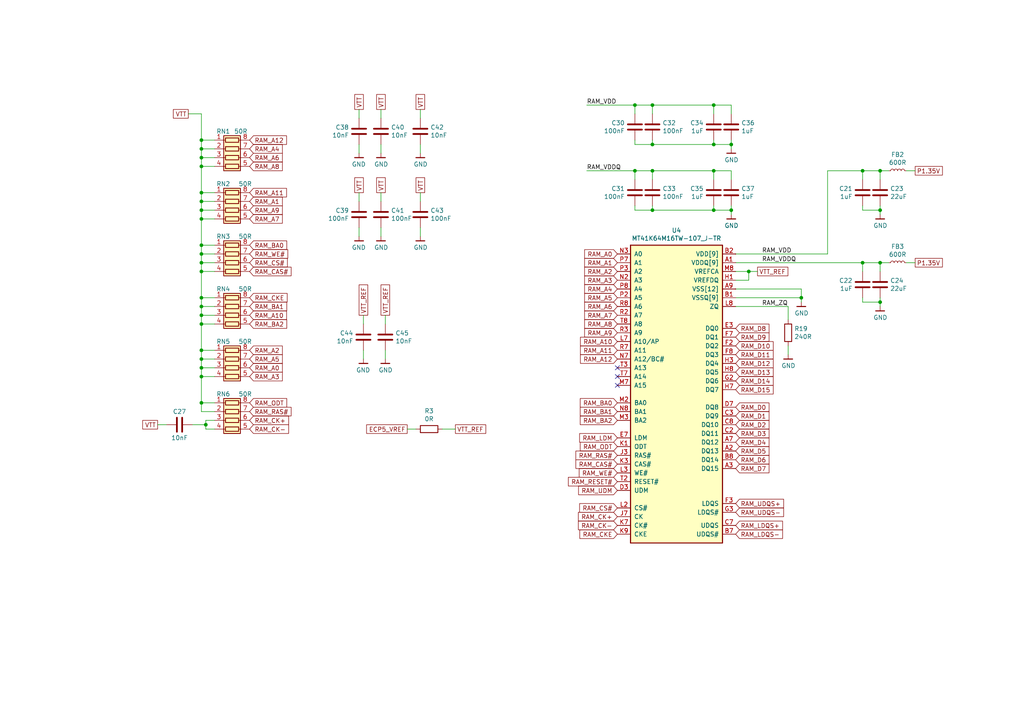
<source format=kicad_sch>
(kicad_sch (version 20231120) (generator "eeschema") (generator_version "8.0")
  (paper "A4")
  (title_block (date "2024-04-20"))
  (lib_symbols
    (symbol "Device:C" (pin_numbers hide) (pin_names (offset 0.254))
      (property "Reference" "C" (at 0.635 2.54 0))
      (property "Value" "C" (at 0.635 -2.54 0))
      (symbol "C_0_1"
        (polyline (pts (xy -2.032 -0.762) (xy 2.032 -0.762)) (stroke (width 0.508)))
        (polyline (pts (xy -2.032 0.762) (xy 2.032 0.762)) (stroke (width 0.508)))
      )
      (symbol "C_1_1"
        (pin passive line (at 0 3.81 270) (length 2.794) (name "~") (number "1"))
        (pin passive line (at 0 -3.81 90) (length 2.794) (name "~") (number "2"))
      )
    )
    (symbol "Device:L_Small" (pin_numbers hide) (pin_names (offset 0.254) hide)
      (property "Reference" "L" (at 0.762 1.016 0))
      (property "Value" "L_Small" (at 0.762 -1.016 0))
      (symbol "L_Small_0_1"
        (arc (start 0 -2.032) (mid 0.5058 -1.524) (end 0 -1.016))
        (arc (start 0 -1.016) (mid 0.5058 -0.508) (end 0 0))
        (arc (start 0 0) (mid 0.5058 0.508) (end 0 1.016))
        (arc (start 0 1.016) (mid 0.5058 1.524) (end 0 2.032))
      )
      (symbol "L_Small_1_1"
        (pin passive line (at 0 2.54 270) (length 0.508) (name "~") (number "1"))
        (pin passive line (at 0 -2.54 90) (length 0.508) (name "~") (number "2"))
      )
    )
    (symbol "Device:R" (pin_numbers hide) (pin_names (offset 0))
      (property "Reference" "R" (at 2.032 0 90))
      (property "Value" "R" (at 0 0 90))
      (symbol "R_0_1"
        (rectangle (start -1.016 -2.54) (end 1.016 2.54) (stroke (width 0.254)))
      )
      (symbol "R_1_1"
        (pin passive line (at 0 3.81 270) (length 1.27) (name "~") (number "1"))
        (pin passive line (at 0 -3.81 90) (length 1.27) (name "~") (number "2"))
      )
    )
    (symbol "Device:R_Pack04" (pin_names (offset 0) hide)
      (property "Reference" "RN" (at -7.62 0 90))
      (property "Value" "R_Pack04" (at 5.08 0 90))
      (symbol "R_Pack04_0_1"
        (rectangle (start -6.35 -2.413) (end 3.81 2.413) (stroke (width 0.254)) (fill (type background)))
        (rectangle (start -5.715 1.905) (end -4.445 -1.905) (stroke (width 0.254)))
        (rectangle (start -3.175 1.905) (end -1.905 -1.905) (stroke (width 0.254)))
        (rectangle (start -0.635 1.905) (end 0.635 -1.905) (stroke (width 0.254)))
        (polyline (pts (xy -5.08 -2.54) (xy -5.08 -1.905)))
        (polyline (pts (xy -5.08 1.905) (xy -5.08 2.54)))
        (polyline (pts (xy -2.54 -2.54) (xy -2.54 -1.905)))
        (polyline (pts (xy -2.54 1.905) (xy -2.54 2.54)))
        (polyline (pts (xy 0 -2.54) (xy 0 -1.905)))
        (polyline (pts (xy 0 1.905) (xy 0 2.54)))
        (polyline (pts (xy 2.54 -2.54) (xy 2.54 -1.905)))
        (polyline (pts (xy 2.54 1.905) (xy 2.54 2.54)))
        (rectangle (start 1.905 1.905) (end 3.175 -1.905) (stroke (width 0.254)))
      )
      (symbol "R_Pack04_1_1"
        (pin passive line (at -5.08 -5.08 90) (length 2.54) (name "R1.1") (number "1"))
        (pin passive line (at -2.54 -5.08 90) (length 2.54) (name "R2.1") (number "2"))
        (pin passive line (at 0 -5.08 90) (length 2.54) (name "R3.1") (number "3"))
        (pin passive line (at 2.54 -5.08 90) (length 2.54) (name "R4.1") (number "4"))
        (pin passive line (at 2.54 5.08 270) (length 2.54) (name "R4.2") (number "5"))
        (pin passive line (at 0 5.08 270) (length 2.54) (name "R3.2") (number "6"))
        (pin passive line (at -2.54 5.08 270) (length 2.54) (name "R2.2") (number "7"))
        (pin passive line (at -5.08 5.08 270) (length 2.54) (name "R1.2") (number "8"))
      )
    )
    (symbol "OrangeCrab-rescue:GND-gkl_power" (power) (pin_names (offset 0))
      (property "Value" "GND-gkl_power" (at 0 -2.54 0))
      (symbol "GND-gkl_power_0_1"
        (polyline (pts (xy 0 -1.27) (xy 0 0)))
        (polyline (pts (xy 1.27 -1.27) (xy -1.27 -1.27)) (stroke (width 0.3048)))
      )
      (symbol "GND-gkl_power_1_1"
        (pin power_in line (at 0 0 270) (length 0) hide (name "GND") (number "1"))
      )
    )
    (symbol "OrangeCrab-rescue:MT41K64M16TW-107_J-TR-gkl_mem" (pin_names (offset 1.016))
      (property "Reference" "U" (at 0 36.83 0))
      (property "Value" "gkl_mem_MT41K64M16TW-107_J-TR" (at 0 34.29 0))
      (symbol "MT41K64M16TW-107_J-TR-gkl_mem_0_1"
        (rectangle (start -12.7 33.02) (end 13.97 -53.34) (stroke (width 0.3302)) (fill (type background)))
      )
      (symbol "MT41K64M16TW-107_J-TR-gkl_mem_1_1"
        (pin input line (at 17.78 27.94 180) (length 3.81) (name "VDDQ[9]") (number "A1"))
        (pin input line (at 17.78 -26.67 180) (length 3.81) (name "DQ13") (number "A2"))
        (pin input line (at 17.78 -31.75 180) (length 3.81) (name "DQ15") (number "A3"))
        (pin input line (at 17.78 -24.13 180) (length 3.81) (name "DQ12") (number "A7"))
        (pin input line (at 17.78 27.94 180) (length 0) (name "VDDQ") (number "A8"))
        (pin input line (at 17.78 20.32 180) (length 3.81) (name "VSS[12]") (number "A9"))
        (pin input line (at 17.78 17.78 180) (length 3.81) (name "VSSQ[9]") (number "B1"))
        (pin input line (at 17.78 30.48 180) (length 3.81) (name "VDD[9]") (number "B2"))
        (pin input line (at 17.78 20.32 180) (length 0) (name "VSS") (number "B3"))
        (pin input line (at 17.78 -50.8 180) (length 3.81) (name "UDQS#") (number "B7"))
        (pin input line (at 17.78 -29.21 180) (length 3.81) (name "DQ14") (number "B8"))
        (pin input line (at 17.78 17.78 180) (length 0) (name "VSSQ") (number "B9"))
        (pin input line (at 17.78 27.94 180) (length 0) (name "VDDQ") (number "C1"))
        (pin input line (at 17.78 -21.59 180) (length 3.81) (name "DQ11") (number "C2"))
        (pin input line (at 17.78 -16.51 180) (length 3.81) (name "DQ9") (number "C3"))
        (pin input line (at 17.78 -48.26 180) (length 3.81) (name "UDQS") (number "C7"))
        (pin input line (at 17.78 -19.05 180) (length 3.81) (name "DQ10") (number "C8"))
        (pin input line (at 17.78 27.94 180) (length 0) (name "VDDQ") (number "C9"))
        (pin input line (at 17.78 17.78 180) (length 0) (name "VSSQ") (number "D1"))
        (pin input line (at 17.78 27.94 180) (length 0) (name "VDDQ") (number "D2"))
        (pin input line (at -16.51 -38.1 0) (length 3.81) (name "UDM") (number "D3"))
        (pin input line (at 17.78 -13.97 180) (length 3.81) (name "DQ8") (number "D7"))
        (pin input line (at 17.78 17.78 180) (length 0) (name "VSSQ") (number "D8"))
        (pin input line (at 17.78 30.48 180) (length 0) (name "VDD") (number "D9"))
        (pin input line (at 17.78 20.32 180) (length 0) (name "VSS") (number "E1"))
        (pin input line (at 17.78 17.78 180) (length 0) (name "VSSQ") (number "E2"))
        (pin input line (at 17.78 8.89 180) (length 3.81) (name "DQ0") (number "E3"))
        (pin input line (at -16.51 -22.86 0) (length 3.81) (name "LDM") (number "E7"))
        (pin input line (at 17.78 17.78 180) (length 0) (name "VSSQ") (number "E8"))
        (pin input line (at 17.78 27.94 180) (length 0) (name "VDDQ") (number "E9"))
        (pin input line (at 17.78 27.94 180) (length 0) (name "VDDQ") (number "F1"))
        (pin input line (at 17.78 3.81 180) (length 3.81) (name "DQ2") (number "F2"))
        (pin input line (at 17.78 -41.91 180) (length 3.81) (name "LDQS") (number "F3"))
        (pin input line (at 17.78 6.35 180) (length 3.81) (name "DQ1") (number "F7"))
        (pin input line (at 17.78 1.27 180) (length 3.81) (name "DQ3") (number "F8"))
        (pin input line (at 17.78 17.78 180) (length 0) (name "VSSQ") (number "F9"))
        (pin input line (at 17.78 17.78 180) (length 0) (name "VSSQ") (number "G1"))
        (pin input line (at 17.78 -6.35 180) (length 3.81) (name "DQ6") (number "G2"))
        (pin input line (at 17.78 -44.45 180) (length 3.81) (name "LDQS#") (number "G3"))
        (pin input line (at 17.78 30.48 180) (length 0) (name "VDD") (number "G7"))
        (pin input line (at 17.78 17.78 180) (length 0) (name "VSSQ") (number "G9"))
        (pin input line (at 17.78 22.86 180) (length 3.81) (name "VREFDQ") (number "H1"))
        (pin input line (at 17.78 27.94 180) (length 0) (name "VDDQ") (number "H2"))
        (pin input line (at 17.78 -1.27 180) (length 3.81) (name "DQ4") (number "H3"))
        (pin input line (at 17.78 -8.89 180) (length 3.81) (name "DQ7") (number "H7"))
        (pin input line (at 17.78 -3.81 180) (length 3.81) (name "DQ5") (number "H8"))
        (pin input line (at 17.78 27.94 180) (length 0) (name "VDDQ") (number "H9"))
        (pin input line (at 17.78 20.32 180) (length 0) (name "VSS") (number "J2"))
        (pin input line (at -16.51 -27.94 0) (length 3.81) (name "RAS#") (number "J3"))
        (pin input line (at -16.51 -45.72 0) (length 3.81) (name "CK") (number "J7"))
        (pin input line (at 17.78 20.32 180) (length 0) (name "VSS") (number "J8"))
        (pin input line (at -16.51 -25.4 0) (length 3.81) (name "ODT") (number "K1"))
        (pin input line (at 17.78 30.48 180) (length 0) (name "VDD") (number "K2"))
        (pin input line (at -16.51 -30.48 0) (length 3.81) (name "CAS#") (number "K3"))
        (pin input line (at -16.51 -48.26 0) (length 3.81) (name "CK#") (number "K7"))
        (pin input line (at 17.78 30.48 180) (length 0) (name "VDD") (number "K8"))
        (pin input line (at -16.51 -50.8 0) (length 3.81) (name "CKE") (number "K9"))
        (pin input line (at -16.51 -43.18 0) (length 3.81) (name "CS#") (number "L2"))
        (pin input line (at -16.51 -33.02 0) (length 3.81) (name "WE#") (number "L3"))
        (pin input line (at -16.51 5.08 0) (length 3.81) (name "A10/AP") (number "L7"))
        (pin input line (at 17.78 15.24 180) (length 3.81) (name "ZQ") (number "L8"))
        (pin input line (at 17.78 20.32 180) (length 0) (name "VSS") (number "M1"))
        (pin input line (at -16.51 -12.7 0) (length 3.81) (name "BA0") (number "M2"))
        (pin input line (at -16.51 -17.78 0) (length 3.81) (name "BA2") (number "M3"))
        (pin input line (at -16.51 -7.62 0) (length 3.81) (name "A15") (number "M7"))
        (pin input line (at 17.78 25.4 180) (length 3.81) (name "VREFCA") (number "M8"))
        (pin input line (at 17.78 20.32 180) (length 0) (name "VSS") (number "M9"))
        (pin input line (at 17.78 30.48 180) (length 0) (name "VDD") (number "N1"))
        (pin input line (at -16.51 22.86 0) (length 3.81) (name "A3") (number "N2"))
        (pin input line (at -16.51 30.48 0) (length 3.81) (name "A0") (number "N3"))
        (pin input line (at -16.51 0 0) (length 3.81) (name "A12/BC#") (number "N7"))
        (pin input line (at -16.51 -15.24 0) (length 3.81) (name "BA1") (number "N8"))
        (pin input line (at 17.78 30.48 180) (length 0) (name "VDD") (number "N9"))
        (pin input line (at 17.78 20.32 180) (length 0) (name "VSS") (number "P1"))
        (pin input line (at -16.51 17.78 0) (length 3.81) (name "A5") (number "P2"))
        (pin input line (at -16.51 25.4 0) (length 3.81) (name "A2") (number "P3"))
        (pin input line (at -16.51 27.94 0) (length 3.81) (name "A1") (number "P7"))
        (pin input line (at -16.51 20.32 0) (length 3.81) (name "A4") (number "P8"))
        (pin input line (at 17.78 20.32 180) (length 0) (name "VSS") (number "P9"))
        (pin input line (at 17.78 20.32 180) (length 0) (name "VSS") (number "P9"))
        (pin input line (at 17.78 30.48 180) (length 0) (name "VDD") (number "R1"))
        (pin input line (at -16.51 12.7 0) (length 3.81) (name "A7") (number "R2"))
        (pin input line (at -16.51 7.62 0) (length 3.81) (name "A9") (number "R3"))
        (pin input line (at -16.51 2.54 0) (length 3.81) (name "A11") (number "R7"))
        (pin input line (at -16.51 15.24 0) (length 3.81) (name "A6") (number "R8"))
        (pin input line (at 17.78 30.48 180) (length 0) (name "VDD") (number "R9"))
        (pin input line (at 17.78 20.32 180) (length 0) (name "VSS") (number "T1"))
        (pin input line (at -16.51 -35.56 0) (length 3.81) (name "RESET#") (number "T2"))
        (pin input line (at -16.51 -2.54 0) (length 3.81) (name "A13") (number "T3"))
        (pin input line (at -16.51 -5.08 0) (length 3.81) (name "A14") (number "T7"))
        (pin input line (at -16.51 10.16 0) (length 3.81) (name "A8") (number "T8"))
        (pin input line (at 17.78 20.32 180) (length 0) (name "VSS") (number "T9"))
      )
    )
  )
  (junction (at 189.23 49.53))
  (junction (at 58.42 43.18))
  (junction (at 58.42 73.66))
  (junction (at 184.15 49.53))
  (junction (at 250.19 76.2))
  (junction (at 189.23 30.48))
  (junction (at 250.19 49.53))
  (junction (at 255.27 87.63))
  (junction (at 184.15 30.48))
  (junction (at 207.01 30.48))
  (junction (at 255.27 76.2))
  (junction (at 58.42 78.74))
  (junction (at 58.42 63.5))
  (junction (at 58.42 93.98))
  (junction (at 58.42 71.12))
  (junction (at 59.69 123.19))
  (junction (at 217.17 78.74))
  (junction (at 58.42 76.2))
  (junction (at 58.42 106.68))
  (junction (at 58.42 58.42))
  (junction (at 207.01 41.91))
  (junction (at 58.42 60.96))
  (junction (at 58.42 109.22))
  (junction (at 207.01 49.53))
  (junction (at 58.42 116.84))
  (junction (at 207.01 60.96))
  (junction (at 255.27 60.96))
  (junction (at 189.23 60.96))
  (junction (at 58.42 104.14))
  (junction (at 58.42 86.36))
  (junction (at 189.23 41.91))
  (junction (at 212.09 60.96))
  (junction (at 232.41 86.36))
  (junction (at 58.42 48.26))
  (junction (at 58.42 40.64))
  (junction (at 58.42 45.72))
  (junction (at 58.42 101.6))
  (junction (at 58.42 91.44))
  (junction (at 212.09 41.91))
  (junction (at 58.42 55.88))
  (junction (at 58.42 88.9))
  (junction (at 255.27 49.53))
  (no_connect (at 179.07 111.76))
  (no_connect (at 179.07 106.68))
  (no_connect (at 179.07 109.22))
  (wire (pts (xy 212.09 52.07) (xy 212.09 49.53)))
  (wire (pts (xy 189.23 41.91) (xy 207.01 41.91)))
  (wire (pts (xy 58.42 93.98) (xy 58.42 91.44)))
  (wire (pts (xy 104.14 41.91) (xy 104.14 44.45)))
  (wire (pts (xy 110.49 31.75) (xy 110.49 34.29)))
  (wire (pts (xy 45.72 123.19) (xy 48.26 123.19)))
  (wire (pts (xy 184.15 60.96) (xy 189.23 60.96)))
  (wire (pts (xy 62.23 55.88) (xy 58.42 55.88)))
  (wire (pts (xy 212.09 33.02) (xy 212.09 30.48)))
  (wire (pts (xy 232.41 83.82) (xy 232.41 86.36)))
  (wire (pts (xy 111.76 91.44) (xy 111.76 93.98)))
  (wire (pts (xy 207.01 59.69) (xy 207.01 60.96)))
  (wire (pts (xy 189.23 52.07) (xy 189.23 49.53)))
  (wire (pts (xy 104.14 55.88) (xy 104.14 58.42)))
  (wire (pts (xy 257.81 76.2) (xy 255.27 76.2)))
  (wire (pts (xy 213.36 86.36) (xy 232.41 86.36)))
  (wire (pts (xy 232.41 86.36) (xy 232.41 87.63)))
  (wire (pts (xy 58.42 71.12) (xy 58.42 63.5)))
  (wire (pts (xy 265.43 76.2) (xy 262.89 76.2)))
  (wire (pts (xy 58.42 73.66) (xy 58.42 71.12)))
  (wire (pts (xy 255.27 60.96) (xy 255.27 62.23)))
  (wire (pts (xy 58.42 119.38) (xy 58.42 116.84)))
  (wire (pts (xy 58.42 78.74) (xy 58.42 76.2)))
  (wire (pts (xy 121.92 66.04) (xy 121.92 68.58)))
  (wire (pts (xy 184.15 40.64) (xy 184.15 41.91)))
  (wire (pts (xy 255.27 87.63) (xy 255.27 88.9)))
  (wire (pts (xy 250.19 60.96) (xy 255.27 60.96)))
  (wire (pts (xy 184.15 49.53) (xy 189.23 49.53)))
  (wire (pts (xy 58.42 109.22) (xy 58.42 106.68)))
  (wire (pts (xy 58.42 76.2) (xy 58.42 73.66)))
  (wire (pts (xy 62.23 93.98) (xy 58.42 93.98)))
  (wire (pts (xy 250.19 52.07) (xy 250.19 49.53)))
  (wire (pts (xy 62.23 104.14) (xy 58.42 104.14)))
  (wire (pts (xy 184.15 30.48) (xy 189.23 30.48)))
  (wire (pts (xy 250.19 78.74) (xy 250.19 76.2)))
  (wire (pts (xy 250.19 87.63) (xy 255.27 87.63)))
  (wire (pts (xy 62.23 78.74) (xy 58.42 78.74)))
  (wire (pts (xy 59.69 124.46) (xy 59.69 123.19)))
  (wire (pts (xy 58.42 101.6) (xy 58.42 93.98)))
  (wire (pts (xy 184.15 33.02) (xy 184.15 30.48)))
  (wire (pts (xy 207.01 52.07) (xy 207.01 49.53)))
  (wire (pts (xy 207.01 30.48) (xy 212.09 30.48)))
  (wire (pts (xy 59.69 123.19) (xy 59.69 121.92)))
  (wire (pts (xy 228.6 88.9) (xy 228.6 92.71)))
  (wire (pts (xy 58.42 58.42) (xy 58.42 55.88)))
  (wire (pts (xy 212.09 60.96) (xy 212.09 62.23)))
  (wire (pts (xy 189.23 30.48) (xy 207.01 30.48)))
  (wire (pts (xy 62.23 88.9) (xy 58.42 88.9)))
  (wire (pts (xy 128.27 124.46) (xy 132.08 124.46)))
  (wire (pts (xy 58.42 104.14) (xy 58.42 101.6)))
  (wire (pts (xy 217.17 78.74) (xy 219.71 78.74)))
  (wire (pts (xy 58.42 55.88) (xy 58.42 48.26)))
  (wire (pts (xy 189.23 40.64) (xy 189.23 41.91)))
  (wire (pts (xy 111.76 101.6) (xy 111.76 104.14)))
  (wire (pts (xy 58.42 33.02) (xy 54.61 33.02)))
  (wire (pts (xy 184.15 41.91) (xy 189.23 41.91)))
  (wire (pts (xy 62.23 86.36) (xy 58.42 86.36)))
  (wire (pts (xy 240.03 49.53) (xy 240.03 73.66)))
  (wire (pts (xy 62.23 71.12) (xy 58.42 71.12)))
  (wire (pts (xy 228.6 102.87) (xy 228.6 100.33)))
  (wire (pts (xy 58.42 48.26) (xy 58.42 45.72)))
  (wire (pts (xy 207.01 49.53) (xy 212.09 49.53)))
  (wire (pts (xy 62.23 48.26) (xy 58.42 48.26)))
  (wire (pts (xy 58.42 116.84) (xy 58.42 109.22)))
  (wire (pts (xy 58.42 88.9) (xy 58.42 86.36)))
  (wire (pts (xy 62.23 109.22) (xy 58.42 109.22)))
  (wire (pts (xy 217.17 81.28) (xy 217.17 78.74)))
  (wire (pts (xy 110.49 41.91) (xy 110.49 44.45)))
  (wire (pts (xy 110.49 55.88) (xy 110.49 58.42)))
  (wire (pts (xy 255.27 59.69) (xy 255.27 60.96)))
  (wire (pts (xy 213.36 88.9) (xy 228.6 88.9)))
  (wire (pts (xy 104.14 31.75) (xy 104.14 34.29)))
  (wire (pts (xy 250.19 76.2) (xy 255.27 76.2)))
  (wire (pts (xy 250.19 49.53) (xy 255.27 49.53)))
  (wire (pts (xy 212.09 59.69) (xy 212.09 60.96)))
  (wire (pts (xy 212.09 41.91) (xy 212.09 43.18)))
  (wire (pts (xy 170.18 30.48) (xy 184.15 30.48)))
  (wire (pts (xy 207.01 33.02) (xy 207.01 30.48)))
  (wire (pts (xy 255.27 86.36) (xy 255.27 87.63)))
  (wire (pts (xy 184.15 52.07) (xy 184.15 49.53)))
  (wire (pts (xy 105.41 91.44) (xy 105.41 93.98)))
  (wire (pts (xy 189.23 59.69) (xy 189.23 60.96)))
  (wire (pts (xy 62.23 58.42) (xy 58.42 58.42)))
  (wire (pts (xy 58.42 63.5) (xy 58.42 60.96)))
  (wire (pts (xy 62.23 91.44) (xy 58.42 91.44)))
  (wire (pts (xy 189.23 33.02) (xy 189.23 30.48)))
  (wire (pts (xy 62.23 76.2) (xy 58.42 76.2)))
  (wire (pts (xy 105.41 101.6) (xy 105.41 104.14)))
  (wire (pts (xy 62.23 106.68) (xy 58.42 106.68)))
  (wire (pts (xy 207.01 41.91) (xy 212.09 41.91)))
  (wire (pts (xy 62.23 43.18) (xy 58.42 43.18)))
  (wire (pts (xy 121.92 55.88) (xy 121.92 58.42)))
  (wire (pts (xy 62.23 60.96) (xy 58.42 60.96)))
  (wire (pts (xy 58.42 91.44) (xy 58.42 88.9)))
  (wire (pts (xy 170.18 49.53) (xy 184.15 49.53)))
  (wire (pts (xy 189.23 60.96) (xy 207.01 60.96)))
  (wire (pts (xy 58.42 60.96) (xy 58.42 58.42)))
  (wire (pts (xy 250.19 49.53) (xy 240.03 49.53)))
  (wire (pts (xy 255.27 76.2) (xy 255.27 78.74)))
  (wire (pts (xy 118.11 124.46) (xy 120.65 124.46)))
  (wire (pts (xy 58.42 45.72) (xy 58.42 43.18)))
  (wire (pts (xy 213.36 81.28) (xy 217.17 81.28)))
  (wire (pts (xy 265.43 49.53) (xy 262.89 49.53)))
  (wire (pts (xy 62.23 116.84) (xy 58.42 116.84)))
  (wire (pts (xy 62.23 73.66) (xy 58.42 73.66)))
  (wire (pts (xy 62.23 63.5) (xy 58.42 63.5)))
  (wire (pts (xy 59.69 121.92) (xy 62.23 121.92)))
  (wire (pts (xy 58.42 43.18) (xy 58.42 40.64)))
  (wire (pts (xy 207.01 60.96) (xy 212.09 60.96)))
  (wire (pts (xy 189.23 49.53) (xy 207.01 49.53)))
  (wire (pts (xy 257.81 49.53) (xy 255.27 49.53)))
  (wire (pts (xy 213.36 83.82) (xy 232.41 83.82)))
  (wire (pts (xy 58.42 86.36) (xy 58.42 78.74)))
  (wire (pts (xy 62.23 45.72) (xy 58.42 45.72)))
  (wire (pts (xy 213.36 76.2) (xy 250.19 76.2)))
  (wire (pts (xy 62.23 119.38) (xy 58.42 119.38)))
  (wire (pts (xy 110.49 66.04) (xy 110.49 68.58)))
  (wire (pts (xy 255.27 49.53) (xy 255.27 52.07)))
  (wire (pts (xy 59.69 123.19) (xy 55.88 123.19)))
  (wire (pts (xy 213.36 78.74) (xy 217.17 78.74)))
  (wire (pts (xy 207.01 40.64) (xy 207.01 41.91)))
  (wire (pts (xy 184.15 59.69) (xy 184.15 60.96)))
  (wire (pts (xy 250.19 59.69) (xy 250.19 60.96)))
  (wire (pts (xy 250.19 86.36) (xy 250.19 87.63)))
  (wire (pts (xy 104.14 66.04) (xy 104.14 68.58)))
  (wire (pts (xy 121.92 31.75) (xy 121.92 34.29)))
  (wire (pts (xy 58.42 40.64) (xy 58.42 33.02)))
  (wire (pts (xy 213.36 73.66) (xy 240.03 73.66)))
  (wire (pts (xy 212.09 40.64) (xy 212.09 41.91)))
  (wire (pts (xy 62.23 40.64) (xy 58.42 40.64)))
  (wire (pts (xy 58.42 106.68) (xy 58.42 104.14)))
  (wire (pts (xy 121.92 41.91) (xy 121.92 44.45)))
  (wire (pts (xy 62.23 124.46) (xy 59.69 124.46)))
  (wire (pts (xy 62.23 101.6) (xy 58.42 101.6)))
  (label "RAM_VDD" (at 170.18 30.48 0))
  (label "RAM_VDDQ" (at 170.18 49.53 0))
  (label "RAM_VDDQ" (at 220.98 76.2 0))
  (label "RAM_VDD" (at 220.98 73.66 0))
  (label "RAM_ZQ" (at 220.98 88.9 0))
  (global_label "RAM_D15" (shape input) (at 213.36 113.03 0) (property "Intersheetrefs" "${INTERSHEET_REFS}" (effects (hide yes))))
  (global_label "RAM_CS#" (shape input) (at 72.39 76.2 0) (property "Intersheetrefs" "${INTERSHEET_REFS}" (effects (hide yes))))
  (global_label "RAM_BA0" (shape input) (at 72.39 71.12 0) (property "Intersheetrefs" "${INTERSHEET_REFS}" (effects (hide yes))))
  (global_label "RAM_D10" (shape input) (at 213.36 100.33 0) (property "Intersheetrefs" "${INTERSHEET_REFS}" (effects (hide yes))))
  (global_label "RAM_D5" (shape input) (at 213.36 130.81 0) (property "Intersheetrefs" "${INTERSHEET_REFS}" (effects (hide yes))))
  (global_label "RAM_A10" (shape input) (at 179.07 99.06 180) (property "Intersheetrefs" "${INTERSHEET_REFS}" (effects (hide yes))))
  (global_label "P1.35V" (shape passive) (at 265.43 76.2 0) (property "Intersheetrefs" "${INTERSHEET_REFS}" (effects (hide yes))))
  (global_label "VTT_REF" (shape passive) (at 105.41 91.44 90) (property "Intersheetrefs" "${INTERSHEET_REFS}" (effects (hide yes))))
  (global_label "RAM_A5" (shape input) (at 72.39 104.14 0) (property "Intersheetrefs" "${INTERSHEET_REFS}" (effects (hide yes))))
  (global_label "VTT_REF" (shape passive) (at 219.71 78.74 0) (property "Intersheetrefs" "${INTERSHEET_REFS}" (effects (hide yes))))
  (global_label "RAM_D0" (shape input) (at 213.36 118.11 0) (property "Intersheetrefs" "${INTERSHEET_REFS}" (effects (hide yes))))
  (global_label "RAM_A7" (shape input) (at 179.07 91.44 180) (property "Intersheetrefs" "${INTERSHEET_REFS}" (effects (hide yes))))
  (global_label "RAM_A2" (shape input) (at 179.07 78.74 180) (property "Intersheetrefs" "${INTERSHEET_REFS}" (effects (hide yes))))
  (global_label "RAM_A6" (shape input) (at 72.39 45.72 0) (property "Intersheetrefs" "${INTERSHEET_REFS}" (effects (hide yes))))
  (global_label "RAM_A4" (shape input) (at 72.39 43.18 0) (property "Intersheetrefs" "${INTERSHEET_REFS}" (effects (hide yes))))
  (global_label "RAM_D1" (shape input) (at 213.36 120.65 0) (property "Intersheetrefs" "${INTERSHEET_REFS}" (effects (hide yes))))
  (global_label "RAM_A9" (shape input) (at 179.07 96.52 180) (property "Intersheetrefs" "${INTERSHEET_REFS}" (effects (hide yes))))
  (global_label "RAM_CKE" (shape input) (at 179.07 154.94 180) (property "Intersheetrefs" "${INTERSHEET_REFS}" (effects (hide yes))))
  (global_label "RAM_UDQS+" (shape input) (at 213.36 146.05 0) (property "Intersheetrefs" "${INTERSHEET_REFS}" (effects (hide yes))))
  (global_label "RAM_D8" (shape input) (at 213.36 95.25 0) (property "Intersheetrefs" "${INTERSHEET_REFS}" (effects (hide yes))))
  (global_label "RAM_A6" (shape input) (at 179.07 88.9 180) (property "Intersheetrefs" "${INTERSHEET_REFS}" (effects (hide yes))))
  (global_label "RAM_A9" (shape input) (at 72.39 60.96 0) (property "Intersheetrefs" "${INTERSHEET_REFS}" (effects (hide yes))))
  (global_label "RAM_A12" (shape input) (at 72.39 40.64 0) (property "Intersheetrefs" "${INTERSHEET_REFS}" (effects (hide yes))))
  (global_label "RAM_ODT" (shape input) (at 72.39 116.84 0) (property "Intersheetrefs" "${INTERSHEET_REFS}" (effects (hide yes))))
  (global_label "RAM_CAS#" (shape input) (at 72.39 78.74 0) (property "Intersheetrefs" "${INTERSHEET_REFS}" (effects (hide yes))))
  (global_label "RAM_RAS#" (shape input) (at 179.07 132.08 180) (property "Intersheetrefs" "${INTERSHEET_REFS}" (effects (hide yes))))
  (global_label "VTT_REF" (shape passive) (at 132.08 124.46 0) (property "Intersheetrefs" "${INTERSHEET_REFS}" (effects (hide yes))))
  (global_label "RAM_A4" (shape input) (at 179.07 83.82 180) (property "Intersheetrefs" "${INTERSHEET_REFS}" (effects (hide yes))))
  (global_label "RAM_RAS#" (shape input) (at 72.39 119.38 0) (property "Intersheetrefs" "${INTERSHEET_REFS}" (effects (hide yes))))
  (global_label "RAM_BA1" (shape input) (at 179.07 119.38 180) (property "Intersheetrefs" "${INTERSHEET_REFS}" (effects (hide yes))))
  (global_label "VTT_REF" (shape passive) (at 111.76 91.44 90) (property "Intersheetrefs" "${INTERSHEET_REFS}" (effects (hide yes))))
  (global_label "RAM_A10" (shape input) (at 72.39 91.44 0) (property "Intersheetrefs" "${INTERSHEET_REFS}" (effects (hide yes))))
  (global_label "RAM_A11" (shape input) (at 72.39 55.88 0) (property "Intersheetrefs" "${INTERSHEET_REFS}" (effects (hide yes))))
  (global_label "RAM_CKE" (shape input) (at 72.39 86.36 0) (property "Intersheetrefs" "${INTERSHEET_REFS}" (effects (hide yes))))
  (global_label "RAM_RESET#" (shape input) (at 179.07 139.7 180) (property "Intersheetrefs" "${INTERSHEET_REFS}" (effects (hide yes))))
  (global_label "RAM_A12" (shape input) (at 179.07 104.14 180) (property "Intersheetrefs" "${INTERSHEET_REFS}" (effects (hide yes))))
  (global_label "RAM_A5" (shape input) (at 179.07 86.36 180) (property "Intersheetrefs" "${INTERSHEET_REFS}" (effects (hide yes))))
  (global_label "RAM_D13" (shape input) (at 213.36 107.95 0) (property "Intersheetrefs" "${INTERSHEET_REFS}" (effects (hide yes))))
  (global_label "RAM_D11" (shape input) (at 213.36 102.87 0) (property "Intersheetrefs" "${INTERSHEET_REFS}" (effects (hide yes))))
  (global_label "RAM_D4" (shape input) (at 213.36 128.27 0) (property "Intersheetrefs" "${INTERSHEET_REFS}" (effects (hide yes))))
  (global_label "RAM_D9" (shape input) (at 213.36 97.79 0) (property "Intersheetrefs" "${INTERSHEET_REFS}" (effects (hide yes))))
  (global_label "RAM_BA0" (shape input) (at 179.07 116.84 180) (property "Intersheetrefs" "${INTERSHEET_REFS}" (effects (hide yes))))
  (global_label "RAM_UDM" (shape input) (at 179.07 142.24 180) (property "Intersheetrefs" "${INTERSHEET_REFS}" (effects (hide yes))))
  (global_label "RAM_A7" (shape input) (at 72.39 63.5 0) (property "Intersheetrefs" "${INTERSHEET_REFS}" (effects (hide yes))))
  (global_label "RAM_WE#" (shape input) (at 72.39 73.66 0) (property "Intersheetrefs" "${INTERSHEET_REFS}" (effects (hide yes))))
  (global_label "VTT" (shape passive) (at 121.92 55.88 90) (property "Intersheetrefs" "${INTERSHEET_REFS}" (effects (hide yes))))
  (global_label "RAM_CK+" (shape input) (at 72.39 121.92 0) (property "Intersheetrefs" "${INTERSHEET_REFS}" (effects (hide yes))))
  (global_label "RAM_CS#" (shape input) (at 179.07 147.32 180) (property "Intersheetrefs" "${INTERSHEET_REFS}" (effects (hide yes))))
  (global_label "VTT" (shape passive) (at 104.14 31.75 90) (property "Intersheetrefs" "${INTERSHEET_REFS}" (effects (hide yes))))
  (global_label "RAM_BA2" (shape input) (at 179.07 121.92 180) (property "Intersheetrefs" "${INTERSHEET_REFS}" (effects (hide yes))))
  (global_label "RAM_D6" (shape input) (at 213.36 133.35 0) (property "Intersheetrefs" "${INTERSHEET_REFS}" (effects (hide yes))))
  (global_label "RAM_D3" (shape input) (at 213.36 125.73 0) (property "Intersheetrefs" "${INTERSHEET_REFS}" (effects (hide yes))))
  (global_label "VTT" (shape passive) (at 54.61 33.02 180) (property "Intersheetrefs" "${INTERSHEET_REFS}" (effects (hide yes))))
  (global_label "ECP5_VREF" (shape passive) (at 118.11 124.46 180) (property "Intersheetrefs" "${INTERSHEET_REFS}" (effects (hide yes))))
  (global_label "RAM_A0" (shape input) (at 179.07 73.66 180) (property "Intersheetrefs" "${INTERSHEET_REFS}" (effects (hide yes))))
  (global_label "RAM_D7" (shape input) (at 213.36 135.89 0) (property "Intersheetrefs" "${INTERSHEET_REFS}" (effects (hide yes))))
  (global_label "VTT" (shape passive) (at 121.92 31.75 90) (property "Intersheetrefs" "${INTERSHEET_REFS}" (effects (hide yes))))
  (global_label "RAM_A8" (shape input) (at 179.07 93.98 180) (property "Intersheetrefs" "${INTERSHEET_REFS}" (effects (hide yes))))
  (global_label "RAM_A0" (shape input) (at 72.39 106.68 0) (property "Intersheetrefs" "${INTERSHEET_REFS}" (effects (hide yes))))
  (global_label "RAM_A3" (shape input) (at 72.39 109.22 0) (property "Intersheetrefs" "${INTERSHEET_REFS}" (effects (hide yes))))
  (global_label "VTT" (shape passive) (at 110.49 31.75 90) (property "Intersheetrefs" "${INTERSHEET_REFS}" (effects (hide yes))))
  (global_label "RAM_A1" (shape input) (at 72.39 58.42 0) (property "Intersheetrefs" "${INTERSHEET_REFS}" (effects (hide yes))))
  (global_label "RAM_A3" (shape input) (at 179.07 81.28 180) (property "Intersheetrefs" "${INTERSHEET_REFS}" (effects (hide yes))))
  (global_label "RAM_CK-" (shape input) (at 179.07 152.4 180) (property "Intersheetrefs" "${INTERSHEET_REFS}" (effects (hide yes))))
  (global_label "RAM_UDQS-" (shape input) (at 213.36 148.59 0) (property "Intersheetrefs" "${INTERSHEET_REFS}" (effects (hide yes))))
  (global_label "RAM_A11" (shape input) (at 179.07 101.6 180) (property "Intersheetrefs" "${INTERSHEET_REFS}" (effects (hide yes))))
  (global_label "RAM_A2" (shape input) (at 72.39 101.6 0) (property "Intersheetrefs" "${INTERSHEET_REFS}" (effects (hide yes))))
  (global_label "RAM_BA1" (shape input) (at 72.39 88.9 0) (property "Intersheetrefs" "${INTERSHEET_REFS}" (effects (hide yes))))
  (global_label "VTT" (shape passive) (at 104.14 55.88 90) (property "Intersheetrefs" "${INTERSHEET_REFS}" (effects (hide yes))))
  (global_label "RAM_A8" (shape input) (at 72.39 48.26 0) (property "Intersheetrefs" "${INTERSHEET_REFS}" (effects (hide yes))))
  (global_label "RAM_LDQS-" (shape input) (at 213.36 154.94 0) (property "Intersheetrefs" "${INTERSHEET_REFS}" (effects (hide yes))))
  (global_label "RAM_CAS#" (shape input) (at 179.07 134.62 180) (property "Intersheetrefs" "${INTERSHEET_REFS}" (effects (hide yes))))
  (global_label "RAM_WE#" (shape input) (at 179.07 137.16 180) (property "Intersheetrefs" "${INTERSHEET_REFS}" (effects (hide yes))))
  (global_label "VTT" (shape passive) (at 110.49 55.88 90) (property "Intersheetrefs" "${INTERSHEET_REFS}" (effects (hide yes))))
  (global_label "RAM_BA2" (shape input) (at 72.39 93.98 0) (property "Intersheetrefs" "${INTERSHEET_REFS}" (effects (hide yes))))
  (global_label "RAM_D12" (shape input) (at 213.36 105.41 0) (property "Intersheetrefs" "${INTERSHEET_REFS}" (effects (hide yes))))
  (global_label "RAM_CK+" (shape input) (at 179.07 149.86 180) (property "Intersheetrefs" "${INTERSHEET_REFS}" (effects (hide yes))))
  (global_label "P1.35V" (shape passive) (at 265.43 49.53 0) (property "Intersheetrefs" "${INTERSHEET_REFS}" (effects (hide yes))))
  (global_label "VTT" (shape passive) (at 45.72 123.19 180) (property "Intersheetrefs" "${INTERSHEET_REFS}" (effects (hide yes))))
  (global_label "RAM_CK-" (shape input) (at 72.39 124.46 0) (property "Intersheetrefs" "${INTERSHEET_REFS}" (effects (hide yes))))
  (global_label "RAM_A1" (shape input) (at 179.07 76.2 180) (property "Intersheetrefs" "${INTERSHEET_REFS}" (effects (hide yes))))
  (global_label "RAM_ODT" (shape input) (at 179.07 129.54 180) (property "Intersheetrefs" "${INTERSHEET_REFS}" (effects (hide yes))))
  (global_label "RAM_D14" (shape input) (at 213.36 110.49 0) (property "Intersheetrefs" "${INTERSHEET_REFS}" (effects (hide yes))))
  (global_label "RAM_D2" (shape input) (at 213.36 123.19 0) (property "Intersheetrefs" "${INTERSHEET_REFS}" (effects (hide yes))))
  (global_label "RAM_LDQS+" (shape input) (at 213.36 152.4 0) (property "Intersheetrefs" "${INTERSHEET_REFS}" (effects (hide yes))))
  (global_label "RAM_LDM" (shape input) (at 179.07 127 180) (property "Intersheetrefs" "${INTERSHEET_REFS}" (effects (hide yes))))
  (symbol (lib_id "OrangeCrab-rescue:MT41K64M16TW-107_J-TR-gkl_mem") (at 195.58 104.14 0) (unit 1)
    (property "Reference" "U4" (at 196.215 66.8274 0))
    (property "Value" "MT41K64M16TW-107_J-TR" (at 196.215 69.1388 0))
    (property "Footprint" "Package_BGA:BGA-96_9.0x13.0mm_Layout2x3x16_P0.8mm" (effects (hide yes)))
    (property "PN" "MT41K64M16TW-107:J TR" (effects (hide yes)))
    (property "Mfg" "Micron Technology Inc." (effects (hide yes)))
  )
  (symbol (lib_id "Device:R") (at 124.46 124.46 270) (unit 1)
    (property "Reference" "R3" (at 124.46 119.2022 90))
    (property "Value" "0R" (at 124.46 121.5136 90))
    (property "Footprint" "Resistor_SMD:R_0201_0603Metric" (effects (hide yes)))
    (property "Mfg" "‎Yageo‎" (effects (hide yes)))
    (property "PN" "RC0201FR-070RL" (effects (hide yes)))
  )
  (symbol (lib_id "Device:C") (at 207.01 55.88 0) (mirror y) (unit 1)
    (property "Reference" "C35" (at 204.089 54.7116 0) (effects (justify left)))
    (property "Value" "1uF" (at 204.089 57.023 0) (effects (justify left)))
    (property "Footprint" "Capacitor_SMD:C_0402_1005Metric" (effects (hide yes)))
    (property "Mfg" "Taiyo Yuden" (effects (hide yes)))
    (property "PN" "JMK105C6105KV-F" (effects (hide yes)))
  )
  (symbol (lib_id "OrangeCrab-rescue:GND-gkl_power") (at 212.09 62.23 0) (unit 1)
    (property "Reference" "#PWR0135" (effects (hide yes)))
    (property "Value" "GND" (at 212.1662 65.4304 0))
  )
  (symbol (lib_id "Device:C") (at 212.09 55.88 0) (unit 1)
    (property "Reference" "C37" (at 215.011 54.7116 0) (effects (justify left)))
    (property "Value" "1uF" (at 215.011 57.023 0) (effects (justify left)))
    (property "Footprint" "Capacitor_SMD:C_0402_1005Metric" (effects (hide yes)))
    (property "Mfg" "Taiyo Yuden" (effects (hide yes)))
    (property "PN" "JMK105C6105KV-F" (effects (hide yes)))
  )
  (symbol (lib_id "Device:C") (at 184.15 55.88 0) (mirror y) (unit 1)
    (property "Reference" "C31" (at 181.229 54.7116 0) (effects (justify left)))
    (property "Value" "100nF" (at 181.229 57.023 0) (effects (justify left)))
    (property "Footprint" "Capacitor_SMD:C_0201_0603Metric" (effects (hide yes)))
    (property "Mfg" "Samsung Electro-Mechanics" (effects (hide yes)))
    (property "PN" "CL03A104KQ3NNNC" (effects (hide yes)))
  )
  (symbol (lib_id "Device:C") (at 189.23 55.88 0) (unit 1)
    (property "Reference" "C33" (at 192.151 54.7116 0) (effects (justify left)))
    (property "Value" "100nF" (at 192.151 57.023 0) (effects (justify left)))
    (property "Footprint" "Capacitor_SMD:C_0201_0603Metric" (effects (hide yes)))
    (property "Mfg" "Samsung Electro-Mechanics" (effects (hide yes)))
    (property "PN" "CL03A104KQ3NNNC" (effects (hide yes)))
  )
  (symbol (lib_id "Device:C") (at 207.01 36.83 0) (mirror y) (unit 1)
    (property "Reference" "C34" (at 204.089 35.6616 0) (effects (justify left)))
    (property "Value" "1uF" (at 204.089 37.973 0) (effects (justify left)))
    (property "Footprint" "Capacitor_SMD:C_0402_1005Metric" (effects (hide yes)))
    (property "Mfg" "Taiyo Yuden" (effects (hide yes)))
    (property "PN" "JMK105C6105KV-F" (effects (hide yes)))
  )
  (symbol (lib_id "OrangeCrab-rescue:GND-gkl_power") (at 212.09 43.18 0) (unit 1)
    (property "Reference" "#PWR0136" (effects (hide yes)))
    (property "Value" "GND" (at 212.1662 46.3804 0))
  )
  (symbol (lib_id "Device:C") (at 212.09 36.83 0) (unit 1)
    (property "Reference" "C36" (at 215.011 35.6616 0) (effects (justify left)))
    (property "Value" "1uF" (at 215.011 37.973 0) (effects (justify left)))
    (property "Footprint" "Capacitor_SMD:C_0402_1005Metric" (effects (hide yes)))
    (property "Mfg" "Taiyo Yuden" (effects (hide yes)))
    (property "PN" "JMK105C6105KV-F" (effects (hide yes)))
  )
  (symbol (lib_id "Device:C") (at 184.15 36.83 0) (mirror y) (unit 1)
    (property "Reference" "C30" (at 181.229 35.6616 0) (effects (justify left)))
    (property "Value" "100nF" (at 181.229 37.973 0) (effects (justify left)))
    (property "Footprint" "Capacitor_SMD:C_0201_0603Metric" (effects (hide yes)))
    (property "Mfg" "Samsung Electro-Mechanics" (effects (hide yes)))
    (property "PN" "CL03A104KQ3NNNC" (effects (hide yes)))
  )
  (symbol (lib_id "Device:C") (at 189.23 36.83 0) (unit 1)
    (property "Reference" "C32" (at 192.151 35.6616 0) (effects (justify left)))
    (property "Value" "100nF" (at 192.151 37.973 0) (effects (justify left)))
    (property "Footprint" "Capacitor_SMD:C_0201_0603Metric" (effects (hide yes)))
    (property "Mfg" "Samsung Electro-Mechanics" (effects (hide yes)))
    (property "PN" "CL03A104KQ3NNNC" (effects (hide yes)))
  )
  (symbol (lib_id "Device:C") (at 104.14 38.1 0) (mirror x) (unit 1)
    (property "Reference" "C38" (at 101.219 36.9316 0) (effects (justify right)))
    (property "Value" "10nF" (at 101.219 39.243 0) (effects (justify right)))
    (property "Footprint" "Capacitor_SMD:C_0201_0603Metric" (effects (hide yes)))
    (property "Mfg" "Samsung Electro-Mechanics" (effects (hide yes)))
    (property "PN" "GRM033R61C103KA12D" (effects (hide yes)))
  )
  (symbol (lib_id "OrangeCrab-rescue:GND-gkl_power") (at 104.14 44.45 0) (mirror y) (unit 1)
    (property "Reference" "#PWR0137" (effects (hide yes)))
    (property "Value" "GND" (at 104.0638 47.6504 0))
  )
  (symbol (lib_id "Device:C") (at 104.14 62.23 0) (mirror x) (unit 1)
    (property "Reference" "C39" (at 101.219 61.0616 0) (effects (justify right)))
    (property "Value" "100nF" (at 101.219 63.373 0) (effects (justify right)))
    (property "Footprint" "Capacitor_SMD:C_0201_0603Metric" (effects (hide yes)))
    (property "Mfg" "Samsung Electro-Mechanics" (effects (hide yes)))
    (property "PN" "CL03A104KQ3NNNC" (effects (hide yes)))
  )
  (symbol (lib_id "OrangeCrab-rescue:GND-gkl_power") (at 104.14 68.58 0) (mirror y) (unit 1)
    (property "Reference" "#PWR0138" (effects (hide yes)))
    (property "Value" "GND" (at 104.0638 71.7804 0))
  )
  (symbol (lib_id "Device:C") (at 110.49 38.1 180) (unit 1)
    (property "Reference" "C40" (at 113.411 36.9316 0) (effects (justify right)))
    (property "Value" "10nF" (at 113.411 39.243 0) (effects (justify right)))
    (property "Footprint" "Capacitor_SMD:C_0201_0603Metric" (effects (hide yes)))
    (property "Mfg" "Samsung Electro-Mechanics" (effects (hide yes)))
    (property "PN" "GRM033R61C103KA12D" (effects (hide yes)))
  )
  (symbol (lib_id "OrangeCrab-rescue:GND-gkl_power") (at 110.49 44.45 0) (unit 1)
    (property "Reference" "#PWR0139" (effects (hide yes)))
    (property "Value" "GND" (at 110.5662 47.6504 0))
  )
  (symbol (lib_id "Device:C") (at 110.49 62.23 180) (unit 1)
    (property "Reference" "C41" (at 113.411 61.0616 0) (effects (justify right)))
    (property "Value" "100nF" (at 113.411 63.373 0) (effects (justify right)))
    (property "Footprint" "Capacitor_SMD:C_0201_0603Metric" (effects (hide yes)))
    (property "Mfg" "Samsung Electro-Mechanics" (effects (hide yes)))
    (property "PN" "CL03A104KQ3NNNC" (effects (hide yes)))
  )
  (symbol (lib_id "OrangeCrab-rescue:GND-gkl_power") (at 110.49 68.58 0) (unit 1)
    (property "Reference" "#PWR0140" (effects (hide yes)))
    (property "Value" "GND" (at 110.5662 71.7804 0))
  )
  (symbol (lib_id "Device:C") (at 121.92 38.1 180) (unit 1)
    (property "Reference" "C42" (at 124.841 36.9316 0) (effects (justify right)))
    (property "Value" "10nF" (at 124.841 39.243 0) (effects (justify right)))
    (property "Footprint" "Capacitor_SMD:C_0201_0603Metric" (effects (hide yes)))
    (property "Mfg" "Samsung Electro-Mechanics" (effects (hide yes)))
    (property "PN" "GRM033R61C103KA12D" (effects (hide yes)))
  )
  (symbol (lib_id "OrangeCrab-rescue:GND-gkl_power") (at 121.92 44.45 0) (unit 1)
    (property "Reference" "#PWR0141" (effects (hide yes)))
    (property "Value" "GND" (at 121.9962 47.6504 0))
  )
  (symbol (lib_id "Device:C") (at 121.92 62.23 180) (unit 1)
    (property "Reference" "C43" (at 124.841 61.0616 0) (effects (justify right)))
    (property "Value" "100nF" (at 124.841 63.373 0) (effects (justify right)))
    (property "Footprint" "Capacitor_SMD:C_0201_0603Metric" (effects (hide yes)))
    (property "Mfg" "Samsung Electro-Mechanics" (effects (hide yes)))
    (property "PN" "CL03A104KQ3NNNC" (effects (hide yes)))
  )
  (symbol (lib_id "OrangeCrab-rescue:GND-gkl_power") (at 121.92 68.58 0) (unit 1)
    (property "Reference" "#PWR0142" (effects (hide yes)))
    (property "Value" "GND" (at 121.9962 71.7804 0))
  )
  (symbol (lib_id "Device:C") (at 105.41 97.79 0) (mirror x) (unit 1)
    (property "Reference" "C44" (at 102.489 96.6216 0) (effects (justify right)))
    (property "Value" "10nF" (at 102.489 98.933 0) (effects (justify right)))
    (property "Footprint" "Capacitor_SMD:C_0201_0603Metric" (effects (hide yes)))
    (property "Mfg" "Samsung Electro-Mechanics" (effects (hide yes)))
    (property "PN" "GRM033R61C103KA12D" (effects (hide yes)))
  )
  (symbol (lib_id "OrangeCrab-rescue:GND-gkl_power") (at 105.41 104.14 0) (mirror y) (unit 1)
    (property "Reference" "#PWR0143" (effects (hide yes)))
    (property "Value" "GND" (at 105.3338 107.3404 0))
  )
  (symbol (lib_id "Device:C") (at 111.76 97.79 180) (unit 1)
    (property "Reference" "C45" (at 114.681 96.6216 0) (effects (justify right)))
    (property "Value" "10nF" (at 114.681 98.933 0) (effects (justify right)))
    (property "Footprint" "Capacitor_SMD:C_0201_0603Metric" (effects (hide yes)))
    (property "Mfg" "Samsung Electro-Mechanics" (effects (hide yes)))
    (property "PN" "GRM033R61C103KA12D" (effects (hide yes)))
  )
  (symbol (lib_id "OrangeCrab-rescue:GND-gkl_power") (at 111.76 104.14 0) (unit 1)
    (property "Reference" "#PWR0144" (effects (hide yes)))
    (property "Value" "GND" (at 111.8362 107.3404 0))
  )
  (symbol (lib_id "Device:R") (at 228.6 96.52 0) (unit 1)
    (property "Reference" "R19" (at 230.378 95.3516 0) (effects (justify left)))
    (property "Value" "240R" (at 230.378 97.663 0) (effects (justify left)))
    (property "Footprint" "Resistor_SMD:R_0402_1005Metric" (effects (hide yes)))
    (property "Mfg" "‎Yageo‎" (effects (hide yes)))
    (property "PN" "RC0402FR-07240RL" (effects (hide yes)))
  )
  (symbol (lib_id "OrangeCrab-rescue:GND-gkl_power") (at 228.6 102.87 0) (unit 1)
    (property "Reference" "#PWR0126" (effects (hide yes)))
    (property "Value" "GND" (at 228.6762 106.0704 0))
  )
  (symbol (lib_id "Device:C") (at 250.19 55.88 0) (mirror y) (unit 1)
    (property "Reference" "C21" (at 247.269 54.7116 0) (effects (justify left)))
    (property "Value" "1uF" (at 247.269 57.023 0) (effects (justify left)))
    (property "Footprint" "Capacitor_SMD:C_0402_1005Metric" (effects (hide yes)))
    (property "Mfg" "Taiyo Yuden" (effects (hide yes)))
    (property "PN" "JMK105C6105KV-F" (effects (hide yes)))
  )
  (symbol (lib_id "Device:C") (at 255.27 55.88 0) (unit 1)
    (property "Reference" "C23" (at 258.191 54.7116 0) (effects (justify left)))
    (property "Value" "22uF" (at 258.191 57.023 0) (effects (justify left)))
    (property "Footprint" "Capacitor_SMD:C_0603_1608Metric" (effects (hide yes)))
    (property "Mfg" "Murata Electronics North America" (effects (hide yes)))
    (property "PN" "GRM188R60J226MEA0D" (effects (hide yes)))
  )
  (symbol (lib_id "OrangeCrab-rescue:GND-gkl_power") (at 255.27 62.23 0) (unit 1)
    (property "Reference" "#PWR0127" (effects (hide yes)))
    (property "Value" "GND" (at 255.3462 65.4304 0))
  )
  (symbol (lib_id "Device:L_Small") (at 260.35 49.53 90) (unit 1)
    (property "Reference" "FB2" (at 260.35 44.831 90))
    (property "Value" "600R" (at 260.35 47.1424 90))
    (property "Footprint" "Inductor_SMD:L_0402_1005Metric" (effects (hide yes)))
    (property "Mfg" "Murata Electronics North America" (effects (hide yes)))
    (property "PN" "BLM15AG601SN1D" (effects (hide yes)))
  )
  (symbol (lib_id "Device:C") (at 250.19 82.55 0) (mirror y) (unit 1)
    (property "Reference" "C22" (at 247.269 81.3816 0) (effects (justify left)))
    (property "Value" "1uF" (at 247.269 83.693 0) (effects (justify left)))
    (property "Footprint" "Capacitor_SMD:C_0402_1005Metric" (effects (hide yes)))
    (property "Mfg" "Taiyo Yuden" (effects (hide yes)))
    (property "PN" "JMK105C6105KV-F" (effects (hide yes)))
  )
  (symbol (lib_id "Device:C") (at 255.27 82.55 0) (unit 1)
    (property "Reference" "C24" (at 258.191 81.3816 0) (effects (justify left)))
    (property "Value" "22uF" (at 258.191 83.693 0) (effects (justify left)))
    (property "Footprint" "Capacitor_SMD:C_0603_1608Metric" (effects (hide yes)))
    (property "Mfg" "Murata Electronics North America" (effects (hide yes)))
    (property "PN" "GRM188R60J226MEA0D" (effects (hide yes)))
  )
  (symbol (lib_id "OrangeCrab-rescue:GND-gkl_power") (at 255.27 88.9 0) (unit 1)
    (property "Reference" "#PWR0128" (effects (hide yes)))
    (property "Value" "GND" (at 255.3462 92.1004 0))
  )
  (symbol (lib_id "Device:L_Small") (at 260.35 76.2 90) (unit 1)
    (property "Reference" "FB3" (at 260.35 71.501 90))
    (property "Value" "600R" (at 260.35 73.8124 90))
    (property "Footprint" "Inductor_SMD:L_0402_1005Metric" (effects (hide yes)))
    (property "Mfg" "Murata Electronics North America" (effects (hide yes)))
    (property "PN" "BLM15AG601SN1D" (effects (hide yes)))
  )
  (symbol (lib_id "OrangeCrab-rescue:GND-gkl_power") (at 232.41 87.63 0) (unit 1)
    (property "Reference" "#PWR0129" (effects (hide yes)))
    (property "Value" "GND" (at 232.4862 90.8304 0))
  )
  (symbol (lib_id "Device:R_Pack04") (at 67.31 45.72 270) (unit 1)
    (property "Reference" "RN1" (at 64.77 38.1 90))
    (property "Value" "50R" (at 69.85 38.1 90))
    (property "Footprint" "Resistor_SMD:R_Array_Convex_4x0402" (effects (hide yes)))
    (property "PN" "WA04X49R9FTL" (effects (hide yes)))
    (property "Mfg" "Walsin Tech Corp" (effects (hide yes)))
  )
  (symbol (lib_id "Device:R_Pack04") (at 67.31 60.96 270) (unit 1)
    (property "Reference" "RN2" (at 64.77 53.34 90))
    (property "Value" "50R" (at 71.12 53.34 90))
    (property "Footprint" "Resistor_SMD:R_Array_Convex_4x0402" (effects (hide yes)))
    (property "PN" "WA04X49R9FTL" (effects (hide yes)))
    (property "Mfg" "Walsin Tech Corp" (effects (hide yes)))
  )
  (symbol (lib_id "Device:R_Pack04") (at 67.31 76.2 270) (unit 1)
    (property "Reference" "RN3" (at 64.77 68.58 90))
    (property "Value" "50R" (at 71.12 68.58 90))
    (property "Footprint" "Resistor_SMD:R_Array_Convex_4x0402" (effects (hide yes)))
    (property "PN" "WA04X49R9FTL" (effects (hide yes)))
    (property "Mfg" "Walsin Tech Corp" (effects (hide yes)))
  )
  (symbol (lib_id "Device:R_Pack04") (at 67.31 91.44 270) (unit 1)
    (property "Reference" "RN4" (at 64.77 83.82 90))
    (property "Value" "50R" (at 71.12 83.82 90))
    (property "Footprint" "Resistor_SMD:R_Array_Convex_4x0402" (effects (hide yes)))
    (property "PN" "WA04X49R9FTL" (effects (hide yes)))
    (property "Mfg" "Walsin Tech Corp" (effects (hide yes)))
  )
  (symbol (lib_id "Device:R_Pack04") (at 67.31 106.68 270) (unit 1)
    (property "Reference" "RN5" (at 64.77 99.06 90))
    (property "Value" "50R" (at 71.12 99.06 90))
    (property "Footprint" "Resistor_SMD:R_Array_Convex_4x0402" (effects (hide yes)))
    (property "PN" "WA04X49R9FTL" (effects (hide yes)))
    (property "Mfg" "Walsin Tech Corp" (effects (hide yes)))
  )
  (symbol (lib_id "Device:R_Pack04") (at 67.31 121.92 270) (unit 1)
    (property "Reference" "RN6" (at 64.77 114.3 90))
    (property "Value" "50R" (at 71.12 114.3 90))
    (property "Footprint" "Resistor_SMD:R_Array_Convex_4x0402" (effects (hide yes)))
    (property "PN" "WA04X49R9FTL" (effects (hide yes)))
    (property "Mfg" "Walsin Tech Corp" (effects (hide yes)))
  )
  (symbol (lib_id "Device:C") (at 52.07 123.19 270) (unit 1)
    (property "Reference" "C27" (at 52.07 119.38 90))
    (property "Value" "10nF" (at 52.07 127 90))
    (property "Footprint" "Capacitor_SMD:C_0201_0603Metric" (effects (hide yes)))
    (property "Mfg" "Samsung Electro-Mechanics" (effects (hide yes)))
    (property "PN" "GRM033R61C103KA12D" (effects (hide yes)))
  )
)
</source>
